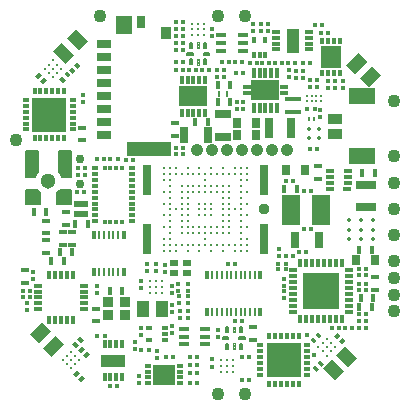
<source format=gts>
G75*
%MOIN*%
%OFA0B0*%
%FSLAX25Y25*%
%IPPOS*%
%LPD*%
%AMOC8*
5,1,8,0,0,1.08239X$1,22.5*
%
%ADD10C,0.01184*%
%ADD11R,0.04137X0.05712*%
%ADD12R,0.01775X0.01381*%
%ADD13R,0.01381X0.01775*%
%ADD14R,0.12405X0.12405*%
%ADD15R,0.01184X0.02562*%
%ADD16R,0.02562X0.01184*%
%ADD17R,0.02956X0.03743*%
%ADD18R,0.01775X0.02562*%
%ADD19R,0.02562X0.01775*%
%ADD20C,0.04334*%
%ADD21R,0.02169X0.01381*%
%ADD22R,0.01381X0.02169*%
%ADD23R,0.11224X0.11224*%
%ADD24R,0.03546X0.01578*%
%ADD25R,0.01381X0.01972*%
%ADD26R,0.02956X0.01184*%
%ADD27R,0.04137X0.08074*%
%ADD28R,0.06696X0.07287*%
%ADD29R,0.01381X0.02365*%
%ADD30C,0.00592*%
%ADD31C,0.00494*%
%ADD32C,0.00691*%
%ADD33R,0.01972X0.01381*%
%ADD34R,0.01184X0.02956*%
%ADD35R,0.08074X0.04137*%
%ADD36R,0.07287X0.06696*%
%ADD37R,0.02365X0.01381*%
%ADD38R,0.02956X0.05318*%
%ADD39R,0.06106X0.10043*%
%ADD40R,0.09570X0.06696*%
%ADD41R,0.05318X0.02956*%
%ADD42R,0.01145X0.02129*%
%ADD43R,0.05121X0.02562*%
%ADD44R,0.15121X0.04924*%
%ADD45R,0.03546X0.03940*%
%ADD46R,0.02562X0.04137*%
%ADD47R,0.05712X0.05909*%
%ADD48R,0.02070X0.01184*%
%ADD49R,0.01184X0.01676*%
%ADD50R,0.01106X0.03153*%
%ADD51R,0.01578X0.03153*%
%ADD52C,0.01381*%
%ADD53R,0.02562X0.06893*%
%ADD54C,0.05121*%
%ADD55R,0.02169X0.02169*%
%ADD56C,0.00500*%
%ADD57C,0.01263*%
%ADD58R,0.04924X0.03350*%
%ADD59R,0.08665X0.05318*%
%ADD60R,0.09649X0.06696*%
%ADD61R,0.01302X0.03350*%
%ADD62R,0.02956X0.01302*%
%ADD63R,0.01106X0.01381*%
%ADD64C,0.02956*%
%ADD65R,0.06893X0.02562*%
%ADD66C,0.04137*%
%ADD67R,0.03153X0.01184*%
%ADD68R,0.02759X0.01184*%
%ADD69R,0.03153X0.10043*%
%ADD70C,0.03743*%
%ADD71R,0.01355X0.02900*%
%ADD72R,0.02900X0.01355*%
%ADD73R,0.03350X0.03350*%
%ADD74R,0.02562X0.02169*%
%ADD75R,0.04688X0.02464*%
%ADD76C,0.01775*%
D10*
X0067279Y0036965D03*
X0068671Y0038356D03*
X0070063Y0036965D03*
X0071455Y0038356D03*
X0072847Y0036965D03*
X0071455Y0035573D03*
X0070063Y0034181D03*
X0068671Y0035573D03*
X0070063Y0039748D03*
X0096398Y0059174D03*
X0098366Y0059174D03*
X0098366Y0061142D03*
X0096398Y0061142D03*
X0096398Y0063111D03*
X0098366Y0063111D03*
X0100335Y0063111D03*
X0100335Y0061142D03*
X0100335Y0059174D03*
X0100996Y0073315D03*
X0102965Y0073315D03*
X0104933Y0073315D03*
X0104933Y0075284D03*
X0102965Y0075284D03*
X0102965Y0077252D03*
X0100996Y0077252D03*
X0100996Y0075284D03*
X0102965Y0079221D03*
X0102965Y0081189D03*
X0100996Y0081189D03*
X0102965Y0083158D03*
X0102965Y0085126D03*
X0100996Y0085126D03*
X0102965Y0087095D03*
X0104933Y0087095D03*
X0106902Y0087095D03*
X0108870Y0087095D03*
X0108870Y0089063D03*
X0106902Y0089063D03*
X0106902Y0091032D03*
X0108870Y0091032D03*
X0108870Y0093000D03*
X0106902Y0093000D03*
X0106902Y0094969D03*
X0108870Y0094969D03*
X0110839Y0094969D03*
X0112807Y0094969D03*
X0112807Y0093000D03*
X0110839Y0093000D03*
X0114776Y0093000D03*
X0116744Y0093000D03*
X0118713Y0093000D03*
X0120681Y0093000D03*
X0120681Y0091032D03*
X0120681Y0089063D03*
X0120681Y0087095D03*
X0122650Y0087095D03*
X0124618Y0087095D03*
X0126587Y0087095D03*
X0126587Y0089063D03*
X0128555Y0089063D03*
X0126587Y0091032D03*
X0126587Y0093000D03*
X0128555Y0093000D03*
X0126587Y0094969D03*
X0126587Y0096937D03*
X0128555Y0096937D03*
X0128555Y0098906D03*
X0126587Y0098906D03*
X0126587Y0100874D03*
X0128555Y0100874D03*
X0124618Y0100874D03*
X0124618Y0098906D03*
X0122650Y0098906D03*
X0120681Y0098906D03*
X0118713Y0098906D03*
X0116744Y0098906D03*
X0114776Y0098906D03*
X0114776Y0096937D03*
X0114776Y0094969D03*
X0116744Y0094969D03*
X0118713Y0094969D03*
X0120681Y0094969D03*
X0122650Y0094969D03*
X0122650Y0093000D03*
X0122650Y0091032D03*
X0122650Y0089063D03*
X0122650Y0085126D03*
X0122650Y0083158D03*
X0122650Y0081189D03*
X0122650Y0079221D03*
X0120681Y0079221D03*
X0118713Y0079221D03*
X0118713Y0081189D03*
X0120681Y0081189D03*
X0120681Y0083158D03*
X0120681Y0085126D03*
X0116744Y0085126D03*
X0114776Y0085126D03*
X0112807Y0085126D03*
X0112807Y0087095D03*
X0112807Y0089063D03*
X0114776Y0089063D03*
X0114776Y0087095D03*
X0116744Y0087095D03*
X0116744Y0089063D03*
X0108870Y0085126D03*
X0108870Y0083158D03*
X0106902Y0083158D03*
X0106902Y0085126D03*
X0106902Y0081189D03*
X0106902Y0079221D03*
X0108870Y0079221D03*
X0108870Y0081189D03*
X0110839Y0081189D03*
X0110839Y0079221D03*
X0112807Y0079221D03*
X0112807Y0081189D03*
X0114776Y0081189D03*
X0114776Y0079221D03*
X0116744Y0079221D03*
X0116744Y0081189D03*
X0114776Y0077252D03*
X0114776Y0075284D03*
X0116744Y0075284D03*
X0116744Y0073315D03*
X0118713Y0075284D03*
X0120681Y0075284D03*
X0120681Y0073315D03*
X0122650Y0075284D03*
X0124618Y0075284D03*
X0124618Y0073315D03*
X0126587Y0073315D03*
X0128555Y0073315D03*
X0128555Y0075284D03*
X0126587Y0075284D03*
X0126587Y0077252D03*
X0128555Y0077252D03*
X0126587Y0079221D03*
X0126587Y0081189D03*
X0128555Y0081189D03*
X0126587Y0083158D03*
X0126587Y0085126D03*
X0128555Y0085126D03*
X0112807Y0075284D03*
X0110839Y0075284D03*
X0108870Y0075284D03*
X0106902Y0075284D03*
X0108870Y0073315D03*
X0112807Y0073315D03*
X0102965Y0089063D03*
X0100996Y0089063D03*
X0102965Y0091032D03*
X0102965Y0093000D03*
X0100996Y0093000D03*
X0102965Y0094969D03*
X0102965Y0096937D03*
X0100996Y0096937D03*
X0100996Y0098906D03*
X0100996Y0100874D03*
X0102965Y0100874D03*
X0102965Y0098906D03*
X0104933Y0098906D03*
X0104933Y0100874D03*
X0106902Y0098906D03*
X0108870Y0098906D03*
X0108870Y0100874D03*
X0110839Y0098906D03*
X0112807Y0098906D03*
X0112807Y0100874D03*
X0116744Y0100874D03*
X0120681Y0100874D03*
X0066839Y0133973D03*
X0065447Y0135365D03*
X0064055Y0136757D03*
X0062663Y0135365D03*
X0061271Y0133973D03*
X0062663Y0132581D03*
X0064055Y0133973D03*
X0065447Y0132581D03*
X0064055Y0131189D03*
X0110319Y0145134D03*
X0110319Y0147102D03*
X0112288Y0147102D03*
X0114256Y0147102D03*
X0114256Y0145134D03*
X0112288Y0145134D03*
X0112288Y0149071D03*
X0114256Y0149071D03*
X0110319Y0149071D03*
X0155295Y0043942D03*
X0153903Y0042550D03*
X0152511Y0041158D03*
X0153903Y0039766D03*
X0155295Y0041158D03*
X0156687Y0042550D03*
X0158079Y0041158D03*
X0156687Y0039766D03*
X0155295Y0038374D03*
X0123957Y0036930D03*
X0121988Y0036930D03*
X0120020Y0036930D03*
X0120020Y0034961D03*
X0120020Y0032993D03*
X0121988Y0032993D03*
X0121988Y0034961D03*
X0123957Y0034961D03*
X0123957Y0032993D03*
D11*
G36*
X0060350Y0049496D02*
X0063274Y0046572D01*
X0059236Y0042534D01*
X0056312Y0045458D01*
X0060350Y0049496D01*
G37*
G36*
X0064804Y0045042D02*
X0067728Y0042118D01*
X0063690Y0038080D01*
X0060766Y0041004D01*
X0064804Y0045042D01*
G37*
X0093988Y0053788D03*
X0100288Y0053788D03*
G36*
X0160912Y0033130D02*
X0157988Y0030206D01*
X0153950Y0034244D01*
X0156874Y0037168D01*
X0160912Y0033130D01*
G37*
G36*
X0165366Y0037584D02*
X0162442Y0034660D01*
X0158404Y0038698D01*
X0161328Y0041622D01*
X0165366Y0037584D01*
G37*
G36*
X0169202Y0127843D02*
X0166278Y0130767D01*
X0170316Y0134805D01*
X0173240Y0131881D01*
X0169202Y0127843D01*
G37*
G36*
X0164748Y0132298D02*
X0161824Y0135222D01*
X0165862Y0139260D01*
X0168786Y0136336D01*
X0164748Y0132298D01*
G37*
G36*
X0075602Y0143096D02*
X0072678Y0140172D01*
X0068640Y0144210D01*
X0071564Y0147134D01*
X0075602Y0143096D01*
G37*
G36*
X0071148Y0138641D02*
X0068224Y0135717D01*
X0064186Y0139755D01*
X0067110Y0142679D01*
X0071148Y0138641D01*
G37*
D12*
X0074126Y0125382D03*
X0074126Y0123020D03*
X0117059Y0144792D03*
X0117059Y0147154D03*
X0130524Y0146544D03*
X0130524Y0148906D03*
X0142729Y0133453D03*
X0145091Y0133158D03*
X0147453Y0133158D03*
X0147453Y0130796D03*
X0149618Y0130402D03*
X0149618Y0128040D03*
X0151981Y0128040D03*
X0151981Y0130402D03*
X0155819Y0130008D03*
X0158181Y0130008D03*
X0160544Y0130008D03*
X0160544Y0127646D03*
X0158181Y0127646D03*
X0155819Y0127646D03*
X0153162Y0120166D03*
X0153162Y0117804D03*
X0145091Y0130796D03*
X0142729Y0131091D03*
X0127453Y0122823D03*
X0125288Y0122823D03*
X0125288Y0120461D03*
X0127453Y0120461D03*
X0139481Y0073807D03*
X0139481Y0071445D03*
X0140957Y0063867D03*
X0140957Y0061504D03*
X0140957Y0059930D03*
X0140957Y0057567D03*
X0119107Y0047036D03*
X0119107Y0044674D03*
X0117138Y0037095D03*
X0117138Y0034733D03*
X0103752Y0045756D03*
X0103752Y0048118D03*
X0103752Y0052843D03*
X0103752Y0055205D03*
X0105918Y0055796D03*
X0105918Y0058158D03*
X0105852Y0059930D03*
X0103555Y0059142D03*
X0103555Y0061504D03*
X0105852Y0062292D03*
X0108870Y0062292D03*
X0108870Y0059930D03*
X0108870Y0058158D03*
X0108870Y0055796D03*
X0101390Y0066229D03*
X0101390Y0068591D03*
X0098437Y0068985D03*
X0098437Y0066622D03*
X0095484Y0066622D03*
X0095484Y0068985D03*
X0093299Y0063355D03*
X0093299Y0060992D03*
X0078555Y0061701D03*
X0078555Y0059339D03*
X0093418Y0047725D03*
X0093418Y0045363D03*
X0091351Y0042902D03*
X0091351Y0040540D03*
X0098536Y0039851D03*
X0098536Y0037489D03*
X0092827Y0031583D03*
X0092827Y0029221D03*
X0055229Y0053433D03*
X0055229Y0055796D03*
X0057335Y0063886D03*
X0057335Y0066248D03*
D13*
X0056410Y0059930D03*
X0056410Y0057863D03*
X0054047Y0057863D03*
X0054047Y0059930D03*
G36*
X0071996Y0043975D02*
X0072972Y0044951D01*
X0074226Y0043697D01*
X0073250Y0042721D01*
X0071996Y0043975D01*
G37*
G36*
X0070326Y0042304D02*
X0071302Y0043280D01*
X0072556Y0042026D01*
X0071580Y0041050D01*
X0070326Y0042304D01*
G37*
G36*
X0073745Y0041525D02*
X0074721Y0040549D01*
X0073467Y0039295D01*
X0072491Y0040271D01*
X0073745Y0041525D01*
G37*
G36*
X0075415Y0039855D02*
X0076391Y0038879D01*
X0075137Y0037625D01*
X0074161Y0038601D01*
X0075415Y0039855D01*
G37*
X0078851Y0045067D03*
X0081213Y0045067D03*
X0093516Y0040146D03*
X0095878Y0040146D03*
X0101784Y0037981D03*
X0104146Y0037981D03*
X0109658Y0037981D03*
X0112020Y0037981D03*
X0112020Y0035225D03*
X0109658Y0035225D03*
X0109658Y0032469D03*
X0112020Y0032469D03*
X0112020Y0029319D03*
X0109658Y0029319D03*
X0126981Y0030205D03*
X0129343Y0030205D03*
X0129343Y0037882D03*
X0126981Y0037882D03*
X0127079Y0049792D03*
X0124717Y0049792D03*
X0108870Y0050776D03*
X0106508Y0050776D03*
X0106508Y0053138D03*
X0108870Y0053138D03*
X0122453Y0068985D03*
X0124815Y0068985D03*
X0139166Y0069004D03*
X0139166Y0067088D03*
X0141528Y0067088D03*
X0141528Y0069004D03*
X0141646Y0071642D03*
X0144008Y0071642D03*
X0145977Y0072922D03*
X0148339Y0072922D03*
X0147551Y0080697D03*
X0149914Y0080697D03*
X0150110Y0093394D03*
X0147748Y0093394D03*
X0143943Y0096614D03*
X0141581Y0096614D03*
X0149815Y0107174D03*
X0152177Y0107174D03*
X0151193Y0120461D03*
X0148831Y0120461D03*
X0149815Y0135914D03*
X0147453Y0135914D03*
X0144697Y0135914D03*
X0142335Y0135914D03*
X0140366Y0135914D03*
X0138004Y0135914D03*
X0136036Y0135914D03*
X0133673Y0135914D03*
X0131902Y0135914D03*
X0129540Y0135914D03*
X0126981Y0136307D03*
X0124618Y0136307D03*
X0122650Y0136307D03*
X0120288Y0136307D03*
X0121075Y0133552D03*
X0118713Y0133552D03*
X0115957Y0133552D03*
X0113595Y0133552D03*
X0111626Y0133552D03*
X0109264Y0133552D03*
X0107295Y0133552D03*
X0104933Y0133552D03*
X0104933Y0136242D03*
X0107295Y0136242D03*
X0107295Y0140408D03*
X0107295Y0142730D03*
X0107295Y0145051D03*
X0104933Y0145051D03*
X0104933Y0142730D03*
X0104933Y0140408D03*
X0104933Y0147372D03*
X0104933Y0149693D03*
X0107295Y0149693D03*
X0107295Y0147372D03*
X0124914Y0132469D03*
X0127276Y0132469D03*
X0121075Y0131189D03*
X0118713Y0131189D03*
X0133280Y0146544D03*
X0133280Y0148906D03*
X0135642Y0148906D03*
X0135642Y0146544D03*
X0151390Y0148512D03*
X0153752Y0148512D03*
X0153358Y0145855D03*
X0155721Y0145855D03*
X0107394Y0107666D03*
X0107394Y0105500D03*
X0105032Y0105500D03*
X0105032Y0107666D03*
X0090760Y0103532D03*
X0088398Y0103532D03*
X0085544Y0104024D03*
X0083181Y0104024D03*
X0081114Y0104024D03*
X0078752Y0104024D03*
X0074618Y0100776D03*
X0074618Y0098611D03*
X0072256Y0098611D03*
X0072256Y0100776D03*
X0072059Y0092902D03*
X0074421Y0092902D03*
G36*
X0066172Y0130670D02*
X0067148Y0131646D01*
X0068402Y0130392D01*
X0067426Y0129416D01*
X0066172Y0130670D01*
G37*
G36*
X0067842Y0132341D02*
X0068818Y0133317D01*
X0070072Y0132063D01*
X0069096Y0131087D01*
X0067842Y0132341D01*
G37*
G36*
X0071468Y0133365D02*
X0070492Y0132389D01*
X0069238Y0133643D01*
X0070214Y0134619D01*
X0071468Y0133365D01*
G37*
G36*
X0073139Y0135035D02*
X0072163Y0134059D01*
X0070909Y0135313D01*
X0071885Y0136289D01*
X0073139Y0135035D01*
G37*
G36*
X0060947Y0131253D02*
X0061923Y0130277D01*
X0060669Y0129023D01*
X0059693Y0129999D01*
X0060947Y0131253D01*
G37*
G36*
X0059276Y0132923D02*
X0060252Y0131947D01*
X0058998Y0130693D01*
X0058022Y0131669D01*
X0059276Y0132923D01*
G37*
X0165865Y0067376D03*
X0165865Y0065193D03*
X0168227Y0065193D03*
X0168227Y0067376D03*
X0168522Y0062322D03*
X0166160Y0062322D03*
X0165865Y0060238D03*
X0168227Y0060238D03*
X0168227Y0052090D03*
X0168227Y0049907D03*
X0165865Y0049907D03*
X0165865Y0052090D03*
X0165865Y0047725D03*
X0163693Y0047725D03*
X0161331Y0047725D03*
X0159461Y0047725D03*
X0157099Y0047725D03*
G36*
X0158669Y0043803D02*
X0157693Y0044779D01*
X0158947Y0046033D01*
X0159923Y0045057D01*
X0158669Y0043803D01*
G37*
G36*
X0160339Y0042133D02*
X0159363Y0043109D01*
X0160617Y0044363D01*
X0161593Y0043387D01*
X0160339Y0042133D01*
G37*
G36*
X0152213Y0035884D02*
X0153189Y0036860D01*
X0154443Y0035606D01*
X0153467Y0034630D01*
X0152213Y0035884D01*
G37*
G36*
X0150542Y0034214D02*
X0151518Y0035190D01*
X0152772Y0033936D01*
X0151796Y0032960D01*
X0150542Y0034214D01*
G37*
G36*
X0151886Y0043404D02*
X0150910Y0042428D01*
X0149656Y0043682D01*
X0150632Y0044658D01*
X0151886Y0043404D01*
G37*
G36*
X0153557Y0045074D02*
X0152581Y0044098D01*
X0151327Y0045352D01*
X0152303Y0046328D01*
X0153557Y0045074D01*
G37*
X0168227Y0047725D03*
X0085347Y0028138D03*
X0082984Y0028138D03*
G36*
X0073361Y0029534D02*
X0072385Y0030510D01*
X0073639Y0031764D01*
X0074615Y0030788D01*
X0073361Y0029534D01*
G37*
G36*
X0071691Y0031205D02*
X0070715Y0032181D01*
X0071969Y0033435D01*
X0072945Y0032459D01*
X0071691Y0031205D01*
G37*
D14*
X0153358Y0059930D03*
D15*
X0152374Y0050481D03*
X0150406Y0050481D03*
X0148437Y0050481D03*
X0146469Y0050481D03*
X0154343Y0050481D03*
X0156311Y0050481D03*
X0158280Y0050481D03*
X0160248Y0050481D03*
X0160248Y0069378D03*
X0158280Y0069378D03*
X0156311Y0069378D03*
X0154343Y0069378D03*
X0152374Y0069378D03*
X0150406Y0069378D03*
X0148437Y0069378D03*
X0146469Y0069378D03*
D16*
X0143910Y0066819D03*
X0143910Y0064851D03*
X0143910Y0062882D03*
X0143910Y0060914D03*
X0143910Y0058945D03*
X0143910Y0056977D03*
X0143910Y0055008D03*
X0143910Y0053040D03*
X0162807Y0053040D03*
X0162807Y0055008D03*
X0162807Y0056977D03*
X0162807Y0058945D03*
X0162807Y0060914D03*
X0162807Y0062882D03*
X0162807Y0064851D03*
X0162807Y0066819D03*
D17*
X0164933Y0070352D03*
X0171390Y0070352D03*
X0148103Y0100087D03*
X0141646Y0100087D03*
X0131784Y0111800D03*
X0131784Y0115933D03*
X0125327Y0115933D03*
X0125327Y0111800D03*
D18*
X0115695Y0116229D03*
X0111495Y0116229D03*
X0118975Y0122922D03*
X0123175Y0122922D03*
X0123175Y0128433D03*
X0118975Y0128433D03*
X0141055Y0093939D03*
X0145255Y0093939D03*
X0167105Y0099398D03*
X0171305Y0099398D03*
X0170262Y0073729D03*
X0166062Y0073729D03*
X0166554Y0057655D03*
X0166062Y0054673D03*
X0170262Y0054673D03*
X0170754Y0057655D03*
X0087147Y0059973D03*
X0082947Y0059973D03*
X0067663Y0069870D03*
X0063463Y0069870D03*
X0066219Y0072922D03*
X0070419Y0072922D03*
X0071337Y0082370D03*
X0075537Y0082370D03*
X0061758Y0086111D03*
X0057558Y0086111D03*
D19*
X0061823Y0083289D03*
X0061823Y0079089D03*
X0061823Y0076793D03*
X0067433Y0075349D03*
X0070386Y0075349D03*
X0070386Y0079549D03*
X0067433Y0079549D03*
X0068516Y0082042D03*
X0068516Y0086242D03*
X0061823Y0072593D03*
X0054835Y0066754D03*
X0054835Y0062554D03*
X0078500Y0053970D03*
X0078500Y0049770D03*
X0130524Y0047758D03*
X0130524Y0043558D03*
X0171469Y0060389D03*
X0171469Y0064589D03*
X0152473Y0097396D03*
X0152473Y0101596D03*
X0145484Y0119641D03*
X0142729Y0119641D03*
X0142729Y0123841D03*
X0145484Y0123841D03*
X0104540Y0115770D03*
X0104540Y0111570D03*
X0073536Y0110093D03*
X0073536Y0114293D03*
D20*
X0051784Y0110126D03*
X0079736Y0151662D03*
X0119107Y0151662D03*
X0128162Y0151662D03*
X0177768Y0123315D03*
X0177768Y0104811D03*
X0177768Y0096052D03*
X0177768Y0087292D03*
X0177768Y0078532D03*
X0177768Y0069772D03*
X0177768Y0064260D03*
X0177768Y0058748D03*
X0177768Y0053237D03*
X0128162Y0025678D03*
X0119107Y0025678D03*
D21*
X0133083Y0031977D03*
X0133083Y0033945D03*
X0133083Y0035914D03*
X0133083Y0037882D03*
X0133083Y0039851D03*
X0133083Y0041819D03*
X0148831Y0041819D03*
X0148831Y0039851D03*
X0148831Y0037882D03*
X0148831Y0035914D03*
X0148831Y0033945D03*
X0148831Y0031977D03*
X0070681Y0113768D03*
X0070681Y0115737D03*
X0070681Y0117705D03*
X0070681Y0119674D03*
X0070681Y0121642D03*
X0070681Y0123611D03*
X0054933Y0123611D03*
X0054933Y0121642D03*
X0054933Y0119674D03*
X0054933Y0117705D03*
X0054933Y0115737D03*
X0054933Y0113768D03*
D22*
X0057886Y0110815D03*
X0059855Y0110815D03*
X0061823Y0110815D03*
X0063792Y0110815D03*
X0065760Y0110815D03*
X0067729Y0110815D03*
X0067729Y0126563D03*
X0065760Y0126563D03*
X0063792Y0126563D03*
X0061823Y0126563D03*
X0059855Y0126563D03*
X0057886Y0126563D03*
X0136036Y0044772D03*
X0138004Y0044772D03*
X0139973Y0044772D03*
X0141941Y0044772D03*
X0143910Y0044772D03*
X0145878Y0044772D03*
X0145878Y0029024D03*
X0143910Y0029024D03*
X0141941Y0029024D03*
X0139973Y0029024D03*
X0138004Y0029024D03*
X0136036Y0029024D03*
D23*
X0140957Y0036898D03*
X0062807Y0118689D03*
D24*
X0120189Y0140048D03*
X0120189Y0142607D03*
X0120189Y0145166D03*
X0127276Y0145166D03*
X0127276Y0142607D03*
X0127276Y0140048D03*
X0114776Y0047233D03*
X0114776Y0044674D03*
X0114776Y0042115D03*
X0107689Y0042115D03*
X0107689Y0044674D03*
X0107689Y0047233D03*
D25*
X0130918Y0138571D03*
X0132886Y0138571D03*
X0134855Y0138571D03*
X0134855Y0143689D03*
X0130918Y0143689D03*
D26*
X0138398Y0144378D03*
X0138398Y0142410D03*
X0138398Y0140441D03*
X0138398Y0146347D03*
X0149421Y0146347D03*
X0149421Y0144378D03*
X0149421Y0142410D03*
X0149421Y0140441D03*
D27*
X0143910Y0143394D03*
D28*
X0156803Y0137882D03*
D29*
X0155819Y0132567D03*
X0153851Y0132567D03*
X0157788Y0132567D03*
X0159756Y0132567D03*
X0159756Y0143197D03*
X0157788Y0143197D03*
X0155819Y0143197D03*
X0153851Y0143197D03*
D30*
X0115072Y0140933D02*
X0114480Y0140933D01*
X0114480Y0142705D01*
X0115072Y0142705D01*
X0115072Y0140933D01*
X0115072Y0141524D02*
X0114480Y0141524D01*
X0114480Y0142115D02*
X0115072Y0142115D01*
X0110347Y0140933D02*
X0109755Y0140933D01*
X0109755Y0142705D01*
X0110347Y0142705D01*
X0110347Y0140933D01*
X0110347Y0141524D02*
X0109755Y0141524D01*
X0109755Y0142115D02*
X0110347Y0142115D01*
X0110347Y0137193D02*
X0109755Y0137193D01*
X0110347Y0137193D02*
X0110347Y0135421D01*
X0109755Y0135421D01*
X0109755Y0137193D01*
X0109755Y0136012D02*
X0110347Y0136012D01*
X0110347Y0136603D02*
X0109755Y0136603D01*
X0114480Y0137193D02*
X0115072Y0137193D01*
X0115072Y0135421D01*
X0114480Y0135421D01*
X0114480Y0137193D01*
X0114480Y0136012D02*
X0115072Y0136012D01*
X0115072Y0136603D02*
X0114480Y0136603D01*
X0121665Y0046150D02*
X0122257Y0046150D01*
X0121665Y0046150D02*
X0121665Y0047922D01*
X0122257Y0047922D01*
X0122257Y0046150D01*
X0122257Y0046741D02*
X0121665Y0046741D01*
X0121665Y0047332D02*
X0122257Y0047332D01*
X0126389Y0046150D02*
X0126981Y0046150D01*
X0126389Y0046150D02*
X0126389Y0047922D01*
X0126981Y0047922D01*
X0126981Y0046150D01*
X0126981Y0046741D02*
X0126389Y0046741D01*
X0126389Y0047332D02*
X0126981Y0047332D01*
X0126981Y0042410D02*
X0126389Y0042410D01*
X0126981Y0042410D02*
X0126981Y0040638D01*
X0126389Y0040638D01*
X0126389Y0042410D01*
X0126389Y0041229D02*
X0126981Y0041229D01*
X0126981Y0041820D02*
X0126389Y0041820D01*
X0122257Y0042410D02*
X0121665Y0042410D01*
X0122257Y0042410D02*
X0122257Y0040638D01*
X0121665Y0040638D01*
X0121665Y0042410D01*
X0121665Y0041229D02*
X0122257Y0041229D01*
X0122257Y0041820D02*
X0121665Y0041820D01*
D31*
X0124077Y0042459D02*
X0124569Y0042459D01*
X0124569Y0040589D01*
X0124077Y0040589D01*
X0124077Y0042459D01*
X0124077Y0041082D02*
X0124569Y0041082D01*
X0124569Y0041575D02*
X0124077Y0041575D01*
X0124077Y0042068D02*
X0124569Y0042068D01*
X0124569Y0047971D02*
X0124077Y0047971D01*
X0124569Y0047971D02*
X0124569Y0046101D01*
X0124077Y0046101D01*
X0124077Y0047971D01*
X0124077Y0046594D02*
X0124569Y0046594D01*
X0124569Y0047087D02*
X0124077Y0047087D01*
X0124077Y0047580D02*
X0124569Y0047580D01*
X0112660Y0137242D02*
X0112168Y0137242D01*
X0112660Y0137242D02*
X0112660Y0135372D01*
X0112168Y0135372D01*
X0112168Y0137242D01*
X0112168Y0135865D02*
X0112660Y0135865D01*
X0112660Y0136358D02*
X0112168Y0136358D01*
X0112168Y0136851D02*
X0112660Y0136851D01*
X0112660Y0142754D02*
X0112168Y0142754D01*
X0112660Y0142754D02*
X0112660Y0140884D01*
X0112168Y0140884D01*
X0112168Y0142754D01*
X0112168Y0141377D02*
X0112660Y0141377D01*
X0112660Y0141870D02*
X0112168Y0141870D01*
X0112168Y0142363D02*
X0112660Y0142363D01*
D32*
X0114234Y0139408D02*
X0114234Y0138718D01*
X0114234Y0139408D02*
X0116106Y0139408D01*
X0116106Y0138718D01*
X0114234Y0138718D01*
X0114234Y0139408D02*
X0116106Y0139408D01*
X0108722Y0139408D02*
X0108722Y0138718D01*
X0108722Y0139408D02*
X0110594Y0139408D01*
X0110594Y0138718D01*
X0108722Y0138718D01*
X0108722Y0139408D02*
X0110594Y0139408D01*
X0120631Y0044625D02*
X0120631Y0043935D01*
X0120631Y0044625D02*
X0122503Y0044625D01*
X0122503Y0043935D01*
X0120631Y0043935D01*
X0120631Y0044625D02*
X0122503Y0044625D01*
X0126143Y0044625D02*
X0126143Y0043935D01*
X0126143Y0044625D02*
X0128015Y0044625D01*
X0128015Y0043935D01*
X0126143Y0043935D01*
X0126143Y0044625D02*
X0128015Y0044625D01*
D33*
X0101193Y0045461D03*
X0101193Y0043492D03*
X0101193Y0047430D03*
X0096075Y0047430D03*
X0096075Y0043492D03*
D34*
X0087118Y0042213D03*
X0085150Y0042213D03*
X0083181Y0042213D03*
X0081213Y0042213D03*
X0081213Y0031189D03*
X0083181Y0031189D03*
X0085150Y0031189D03*
X0087118Y0031189D03*
X0106902Y0119378D03*
X0108870Y0119378D03*
X0110839Y0119378D03*
X0112807Y0119378D03*
X0114776Y0119378D03*
X0114776Y0130402D03*
X0112807Y0130402D03*
X0110839Y0130402D03*
X0108870Y0130402D03*
X0106902Y0130402D03*
D35*
X0084166Y0036701D03*
D36*
X0100996Y0032075D03*
D37*
X0095681Y0031091D03*
X0095681Y0033059D03*
X0095681Y0035028D03*
X0095681Y0029122D03*
X0106311Y0029122D03*
X0106311Y0031091D03*
X0106311Y0033059D03*
X0106311Y0035028D03*
D38*
X0144795Y0076859D03*
X0152670Y0076859D03*
X0115662Y0111800D03*
X0107788Y0111800D03*
D39*
X0143221Y0086800D03*
X0153457Y0086800D03*
D40*
X0110839Y0124890D03*
D41*
X0120780Y0118985D03*
X0120780Y0111111D03*
D42*
X0121961Y0125678D03*
X0119402Y0125678D03*
D43*
X0080918Y0124890D03*
X0080918Y0129221D03*
X0080918Y0133552D03*
X0080918Y0137882D03*
X0080918Y0142213D03*
X0080918Y0120559D03*
X0080918Y0116229D03*
X0080918Y0111898D03*
D44*
X0095898Y0107370D03*
D45*
X0101784Y0145855D03*
D46*
X0093516Y0149496D03*
D47*
X0087807Y0148611D03*
D48*
X0090307Y0100874D03*
X0090307Y0098906D03*
X0090307Y0096937D03*
X0090307Y0094969D03*
X0090307Y0093000D03*
X0090307Y0091032D03*
X0090307Y0089063D03*
X0090307Y0087095D03*
X0090307Y0085126D03*
X0090307Y0083158D03*
X0078024Y0083158D03*
X0078024Y0085126D03*
X0078024Y0087095D03*
X0078024Y0089063D03*
X0078024Y0091032D03*
X0078024Y0093000D03*
X0078024Y0094969D03*
X0078024Y0096937D03*
X0078024Y0098906D03*
X0078024Y0100874D03*
D49*
X0081213Y0101071D03*
X0083181Y0101071D03*
X0085150Y0101071D03*
X0087118Y0101071D03*
X0087118Y0082961D03*
X0085150Y0082961D03*
X0083181Y0082961D03*
X0081213Y0082961D03*
D50*
X0081016Y0078571D03*
X0082591Y0078571D03*
X0084166Y0078571D03*
X0085740Y0078571D03*
X0079441Y0078571D03*
X0079441Y0066091D03*
X0081016Y0066091D03*
X0082591Y0066091D03*
X0084166Y0066091D03*
X0085740Y0066091D03*
X0117138Y0065382D03*
X0118713Y0065382D03*
X0120288Y0065382D03*
X0121862Y0065382D03*
X0123437Y0065382D03*
X0125012Y0065382D03*
X0126587Y0065382D03*
X0128162Y0065382D03*
X0129736Y0065382D03*
X0131311Y0065382D03*
X0131311Y0052902D03*
X0129736Y0052902D03*
X0128162Y0052902D03*
X0126587Y0052902D03*
X0125012Y0052902D03*
X0123437Y0052902D03*
X0121862Y0052902D03*
X0120288Y0052902D03*
X0118713Y0052902D03*
X0117138Y0052902D03*
D51*
X0115268Y0052902D03*
X0115268Y0065382D03*
X0133181Y0065382D03*
X0133181Y0052902D03*
X0087610Y0066091D03*
X0077571Y0066091D03*
X0077571Y0078571D03*
X0087610Y0078571D03*
D52*
X0149421Y0110914D03*
X0152571Y0110914D03*
X0152571Y0114063D03*
X0149421Y0114063D03*
X0162807Y0083552D03*
X0166744Y0083552D03*
X0166744Y0080402D03*
X0162807Y0080402D03*
X0162807Y0077252D03*
X0166744Y0077252D03*
X0170681Y0077252D03*
X0170681Y0080402D03*
X0170681Y0083552D03*
D53*
X0143221Y0114284D03*
X0136134Y0114284D03*
D54*
X0062512Y0096445D03*
D55*
X0057295Y0091229D03*
X0067729Y0091229D03*
X0067729Y0101662D03*
X0057295Y0101662D03*
D56*
X0058969Y0101631D02*
X0055032Y0101631D01*
X0055032Y0102129D02*
X0058969Y0102129D01*
X0058969Y0102628D02*
X0055032Y0102628D01*
X0055032Y0103126D02*
X0058969Y0103126D01*
X0058969Y0103625D02*
X0055032Y0103625D01*
X0055032Y0104124D02*
X0058969Y0104124D01*
X0058969Y0104622D02*
X0055032Y0104622D01*
X0055032Y0105121D02*
X0058969Y0105121D01*
X0058969Y0105619D02*
X0055032Y0105619D01*
X0055032Y0106118D02*
X0058969Y0106118D01*
X0058969Y0106616D02*
X0055032Y0106616D01*
X0055032Y0106681D02*
X0058969Y0106681D01*
X0058969Y0099792D01*
X0057984Y0098020D01*
X0055032Y0098020D01*
X0055032Y0106681D01*
X0055032Y0101132D02*
X0058969Y0101132D01*
X0058969Y0100634D02*
X0055032Y0100634D01*
X0055032Y0100135D02*
X0058969Y0100135D01*
X0058883Y0099637D02*
X0055032Y0099637D01*
X0055032Y0099138D02*
X0058606Y0099138D01*
X0058329Y0098640D02*
X0055032Y0098640D01*
X0055032Y0098141D02*
X0058052Y0098141D01*
X0058772Y0093689D02*
X0055032Y0093689D01*
X0055032Y0088965D01*
X0059756Y0088965D01*
X0059756Y0092705D01*
X0058772Y0093689D01*
X0058806Y0093655D02*
X0055032Y0093655D01*
X0055032Y0093156D02*
X0059305Y0093156D01*
X0059756Y0092658D02*
X0055032Y0092658D01*
X0055032Y0092159D02*
X0059756Y0092159D01*
X0059756Y0091661D02*
X0055032Y0091661D01*
X0055032Y0091162D02*
X0059756Y0091162D01*
X0059756Y0090664D02*
X0055032Y0090664D01*
X0055032Y0090165D02*
X0059756Y0090165D01*
X0059756Y0089667D02*
X0055032Y0089667D01*
X0055032Y0089168D02*
X0059756Y0089168D01*
X0065268Y0089168D02*
X0069992Y0089168D01*
X0069992Y0088965D02*
X0069992Y0093689D01*
X0066252Y0093689D01*
X0065268Y0092705D01*
X0065268Y0088965D01*
X0069992Y0088965D01*
X0069992Y0089667D02*
X0065268Y0089667D01*
X0065268Y0090165D02*
X0069992Y0090165D01*
X0069992Y0090664D02*
X0065268Y0090664D01*
X0065268Y0091162D02*
X0069992Y0091162D01*
X0069992Y0091661D02*
X0065268Y0091661D01*
X0065268Y0092159D02*
X0069992Y0092159D01*
X0069992Y0092658D02*
X0065268Y0092658D01*
X0065719Y0093156D02*
X0069992Y0093156D01*
X0069992Y0093655D02*
X0066218Y0093655D01*
X0067040Y0098020D02*
X0069992Y0098020D01*
X0069992Y0106681D01*
X0066055Y0106681D01*
X0066055Y0099792D01*
X0067040Y0098020D01*
X0066972Y0098141D02*
X0069992Y0098141D01*
X0069992Y0098640D02*
X0066695Y0098640D01*
X0066418Y0099138D02*
X0069992Y0099138D01*
X0069992Y0099637D02*
X0066141Y0099637D01*
X0066055Y0100135D02*
X0069992Y0100135D01*
X0069992Y0100634D02*
X0066055Y0100634D01*
X0066055Y0101132D02*
X0069992Y0101132D01*
X0069992Y0101631D02*
X0066055Y0101631D01*
X0066055Y0102129D02*
X0069992Y0102129D01*
X0069992Y0102628D02*
X0066055Y0102628D01*
X0066055Y0103126D02*
X0069992Y0103126D01*
X0069992Y0103625D02*
X0066055Y0103625D01*
X0066055Y0104124D02*
X0069992Y0104124D01*
X0069992Y0104622D02*
X0066055Y0104622D01*
X0066055Y0105121D02*
X0069992Y0105121D01*
X0069992Y0105619D02*
X0066055Y0105619D01*
X0066055Y0106118D02*
X0069992Y0106118D01*
X0069992Y0106616D02*
X0066055Y0106616D01*
D57*
X0148634Y0123315D03*
X0150209Y0123315D03*
X0151784Y0123315D03*
X0153358Y0123315D03*
X0153358Y0124890D03*
X0151784Y0124890D03*
X0150209Y0124890D03*
X0148634Y0124890D03*
D58*
X0158083Y0117311D03*
X0158083Y0112390D03*
D59*
X0167118Y0104910D03*
X0167118Y0124792D03*
D60*
X0134855Y0126859D03*
D61*
X0134855Y0132666D03*
X0136823Y0132666D03*
X0138792Y0132666D03*
X0132886Y0132666D03*
X0130918Y0132666D03*
X0130918Y0121052D03*
X0132886Y0121052D03*
X0134855Y0121052D03*
X0136823Y0121052D03*
X0138792Y0121052D03*
D62*
X0140957Y0125874D03*
X0140957Y0127843D03*
X0128752Y0127843D03*
X0128752Y0125874D03*
D63*
X0149510Y0117410D03*
X0150908Y0117410D03*
D64*
X0073044Y0103926D03*
X0072945Y0095559D03*
D65*
X0168221Y0095166D03*
X0168221Y0088079D03*
D66*
X0141862Y0106859D03*
X0136862Y0106859D03*
X0131862Y0106859D03*
X0126862Y0106859D03*
X0121862Y0106859D03*
X0116862Y0106859D03*
X0111862Y0106859D03*
D67*
X0162118Y0094083D03*
D68*
X0162315Y0096052D03*
X0162315Y0098020D03*
X0162315Y0099989D03*
X0156213Y0099989D03*
X0156213Y0098020D03*
X0156213Y0096052D03*
X0156213Y0094083D03*
D69*
X0134264Y0096937D03*
X0134264Y0077252D03*
X0095288Y0077252D03*
X0095288Y0096937D03*
D70*
X0134264Y0087095D03*
D71*
X0070529Y0065344D03*
X0068587Y0065344D03*
X0066646Y0065344D03*
X0064705Y0065344D03*
X0062763Y0065344D03*
X0062763Y0050184D03*
X0064705Y0050184D03*
X0066646Y0050184D03*
X0068587Y0050184D03*
X0070529Y0050184D03*
D72*
X0074226Y0053881D03*
X0074226Y0055823D03*
X0074226Y0057764D03*
X0074226Y0059705D03*
X0074226Y0061647D03*
X0059066Y0061647D03*
X0059066Y0059705D03*
X0059066Y0057764D03*
X0059066Y0055822D03*
X0059066Y0053881D03*
D73*
X0082394Y0051859D03*
X0082394Y0056189D03*
X0087906Y0056189D03*
X0087906Y0051859D03*
D74*
X0104343Y0066032D03*
X0104343Y0069181D03*
X0108673Y0069181D03*
X0108673Y0066032D03*
D75*
X0073240Y0085668D03*
X0073240Y0088916D03*
D76*
X0148634Y0045363D03*
X0150996Y0038670D03*
M02*

</source>
